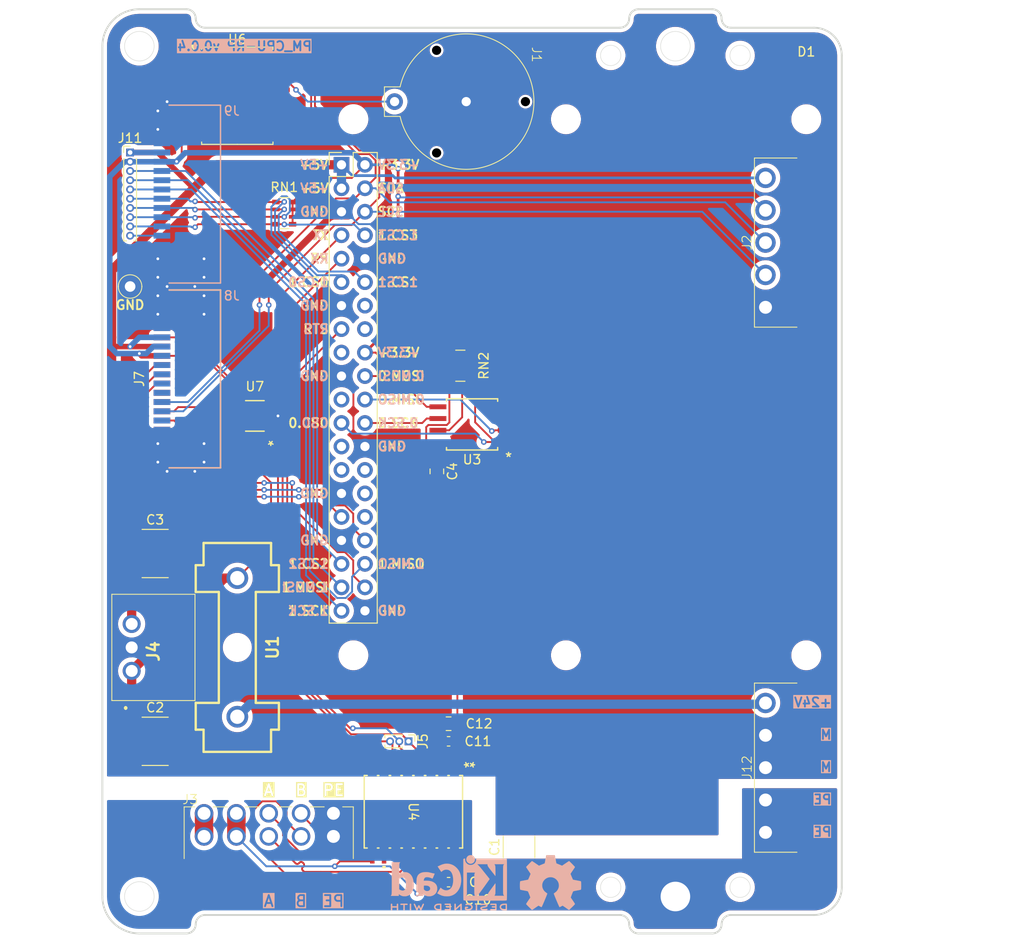
<source format=kicad_pcb>
(kicad_pcb (version 20241229) (generator "pcbnew") (generator_version "9.0")
  (title_block (title "${article} v${version}"))
  (layers (0 "F.Cu" signal) (2 "B.Cu" signal) (13 "F.Paste" user) (15 "B.Paste" user) (5 "F.SilkS" user "F.Silkscreen") (7 "B.SilkS" user "B.Silkscreen") (1 "F.Mask" user) (3 "B.Mask" user) (25 "Edge.Cuts" user))
  (property "article" "PM_CPU-RP")
  (property "version" "0.0.4")
  (net 0 "")
  (net 1 "/LED_1")
  (net 2 "/LED_2")
  (net 4 "/LED_0")
  (net 8 "+5V")
  (net 9 "/SCL")
  (net 10 "/SDA")
  (net 11 "PE")
  (net 12 "+24V_fuse")
  (net 13 "+24V")
  (net 14 "/UART_RTS")
  (net 15 "/UART_TX")
  (net 16 "/UART_RX")
  (net 20 "Net-(RN2A-R1.1)")
  (net 24 "/SPI0_MOSI")
  (net 25 "/SPI1_MOSI")
  (net 26 "/SPI1_CS0")
  (net 27 "/SPI0_CS0")
  (net 28 "/SPI0_SCK")
  (net 29 "/SPI1_MISO")
  (net 30 "/SPI1_SCK")
  (net 31 "/SPI1_CS1")
  (net 32 "/SPI1_CS2")
  (net 33 "/SPI0_MISO")
  (net 34 "/SPI1_CS3")
  (net 38 "Net-(RN2C-R3.1)")
  (net 41 "+24V_ISO")
  (net 42 "/Vbat")
  (net 43 "/B")
  (net 44 "/A")
  (net 46 "Net-(J7-Pin_3)")
  (net 48 "Net-(J7-Pin_2)")
  (net 54 "/INT")
  (net 55 "Net-(J11-Pin_10)")
  (net 56 "GND_CPU")
  (net 57 "+3.3V_CPU")
  (net 58 "+3.3V_BUS")
  (net 59 "GND_BUS")
  (footprint "Capacitor_SMD:C_0805_2012Metric" (layer "F.Cu") (at 71.12 100.33 -90)
    (property "Reference" "C4")
    (property "Value" "10uF")
  )
  (footprint "kicad_inventree_lib:PE" (layer "F.Cu") (at 96.93 146.33)
    (property "Reference" "PE1" (hide yes))
    (property "Value" "PE")
  )
  (footprint "kicad_inventree_lib:DBV6-M" (layer "F.Cu") (at 51.43 94.33 180)
    (property "Reference" "U7")
    (property "Value" "SN74LVC2G14DBVR")
  )
  (footprint "kicad_inventree_lib:15EDGRC-3.5-05P" (layer "F.Cu") (at 106.68 82.58 90)
    (property "Reference" "J2")
    (property "Value" "15EDGRC-3.5-05P")
  )
  (footprint "Connector_PinHeader_1.00mm:PinHeader_1x10_P1.00mm_Vertical" (layer "F.Cu") (at 37.93 65.83)
    (property "Reference" "J11")
    (property "Value" "PinHeader_01x10_P1.00_THT_straight")
  )
  (footprint "kicad_inventree_lib:BS-12-A1AJ002-F" (layer "F.Cu") (at 66.545 60.325 90)
    (property "Reference" "J1")
    (property "Value" "~")
  )
  (footprint "Capacitor_SMD:C_2220_5750Metric" (layer "F.Cu") (at 40.64 109.22)
    (property "Reference" "C3")
    (property "Value" "22uF")
  )
  (footprint "Resistor_SMD:R_Array_Convex_4x0603" (layer "F.Cu") (at 54.61 72.39)
    (property "Reference" "RN1")
    (property "Value" "10k")
  )
  (footprint "kicad_inventree_lib:RaspberryPi" (layer "F.Cu") (at 111.09 92.23)
    (property "Reference" "D1")
    (property "Value" "~")
  )
  (footprint "kicad_inventree_lib:MountingHole_M3" (layer "F.Cu") (at 96.93 54.33)
    (property "Reference" "H3" (hide yes))
    (property "Value" "MountingHole_M3")
    (fp_circle (center 0 0) (end 1.6 0) (stroke (width 0.05)) (fill no) (layer "Edge.Cuts"))
  )
  (footprint "Capacitor_SMD:C_1812_4532Metric_Pad1.57x3.40mm_HandSolder" (layer "F.Cu") (at 80.01 140.97 90)
    (property "Reference" "C1")
    (property "Value" "4.7nF 2kV")
  )
  (footprint "kicad_inventree_lib:SOIC16-WBW_CLG" (layer "F.Cu") (at 68.58 137.16 -90)
    (property "Reference" "U4")
    (property "Value" "CA-IS3098W")
  )
  (footprint "Connector_PinHeader_1.00mm:PinHeader_1x03_P1.00mm_Vertical" (layer "F.Cu") (at 68.056 129.54 -90)
    (property "Reference" "J5")
    (property "Value" "PinHeader_01x03_P1.00_THT_straight")
  )
  (footprint "kicad_inventree_lib:CONN10_AFA07-S12_JUS" (layer "F.Cu") (at 44.93 90.33 90)
    (property "Reference" "J7")
    (property "Value" "AFA07-S10FCC-00")
  )
  (footprint "Capacitor_SMD:C_0805_2012Metric" (layer "F.Cu") (at 72.39 146.685 180)
    (property "Reference" "C10")
    (property "Value" "10uF")
  )
  (footprint "Capacitor_SMD:C_0805_2012Metric" (layer "F.Cu") (at 72.39 127.635 180)
    (property "Reference" "C12")
    (property "Value" "10uF")
  )
  (footprint "kicad_inventree_lib:K7805-2000R3" (layer "F.Cu") (at 38.1 121.92 90)
    (property "Reference" "J4")
    (property "Value" "K7805-2000R3" (hide yes))
  )
  (footprint "kicad_inventree_lib:PM_LED-xx-v0.0.1" (layer "F.Cu") (at 99.93 100.33)
    (property "Reference" "SP1" (hide yes))
    (property "Value" "~")
    (fp_circle (center -10 -45) (end -8.9 -45) (stroke (width 0.05)) (fill no) (layer "Edge.Cuts"))
    (fp_circle (center -10 45) (end -8.9 45) (stroke (width 0.05)) (fill no) (layer "Edge.Cuts"))
    (fp_circle (center 4 -45) (end 5.1 -45) (stroke (width 0.05)) (fill no) (layer "Edge.Cuts"))
    (fp_circle (center 4 45) (end 5.1 45) (stroke (width 0.05)) (fill no) (layer "Edge.Cuts"))
  )
  (footprint "kicad_inventree_lib:5117" (layer "F.Cu") (at 37.93 80.33)
    (property "Reference" "U2" (hide yes))
    (property "Value" "5117" (hide yes))
  )
  (footprint "Capacitor_SMD:C_0603_1608Metric" (layer "F.Cu") (at 72.39 144.78 180)
    (property "Reference" "C9")
    (property "Value" "100nF")
  )
  (footprint "kicad_inventree_lib:MountingHole_M3" (layer "F.Cu") (at 38.93 54.33)
    (property "Reference" "H2" (hide yes))
    (property "Value" "MountingHole_M3")
    (fp_circle (center 0 0) (end 1.6 0) (stroke (width 0.05)) (fill no) (layer "Edge.Cuts"))
  )
  (footprint "kicad_inventree_lib:SOIC-8_5P28X5P28_WIN-M" (layer "F.Cu") (at 74.93 95.25 180)
    (property "Reference" "U3")
    (property "Value" "W25Q32JVSSIQ")
  )
  (footprint "kicad_inventree_lib:MountingHole_M3" (layer "F.Cu") (at 38.93 146.33)
    (property "Reference" "H1" (hide yes))
    (property "Value" "MountingHole_M3")
    (fp_circle (center 0 0) (end 1.6 0) (stroke (width 0.05)) (fill no) (layer "Edge.Cuts"))
  )
  (footprint "Capacitor_SMD:C_2220_5750Metric" (layer "F.Cu") (at 40.64 129.54)
    (property "Reference" "C2")
    (property "Value" "22uF")
  )
  (footprint "Package_SO:SOIC-16W_7.5x10.3mm_P1.27mm" (layer "F.Cu") (at 49.53 59.69)
    (property "Reference" "U6")
    (property "Value" "DS3231")
  )
  (footprint "Resistor_SMD:R_Array_Convex_4x0603" (layer "F.Cu") (at 73.66 88.9 180)
    (property "Reference" "RN2")
    (property "Value" "10k")
  )
  (footprint "kicad_inventree_lib:15EDGRHC-THR-3.5-10P" (layer "F.Cu") (at 52.93 137.33)
    (property "Reference" "J3")
    (property "Value" "15EDGRHC-THR-3.5-10P")
  )
  (footprint "Capacitor_SMD:C_0603_1608Metric" (layer "F.Cu") (at 72.39 129.54 180)
    (property "Reference" "C11")
    (property "Value" "100nF")
  )
  (footprint "NextPCB:Fuseholder" (layer "F.Cu") (at 49.53 119.38 90)
    (property "Reference" "U1")
    (property "Value" "64900001039" (hide yes))
  )
  (footprint "kicad_inventree_lib:15EDGRC-3.5-05P" (layer "F.Cu") (at 106.68 139.39 90)
    (property "Reference" "J12")
    (property "Value" "15EDGRC-3.5-05P")
  )
  (footprint "kicad_inventree_lib:CONN10_AFA07-S12_JUS" (layer "B.Cu") (at 44.93 70.33 -90)
    (property "Reference" "J9")
    (property "Value" "AFA07-S10FCC-00")
  )
  (footprint "Symbol:KiCad-Logo2_5mm_SilkScreen" (layer "B.Cu") (at 72.43 144.83 180)
    (property "Reference" "kicad_logo" (hide yes))
    (property "Value" "KiCad-Logo2_5mm_SilkScreen" (hide yes))
  )
  (footprint "kicad_inventree_lib:CONN10_AFA07-S12_JUS" (layer "B.Cu") (at 44.93 90.33 -90)
    (property "Reference" "J8")
    (property "Value" "AFA07-S10FCC-00")
  )
  (footprint "Symbol:OSHW-Symbol_6.7x6mm_SilkScreen" (layer "B.Cu") (at 83.43 144.83 180)
    (property "Reference" "oshw_logo" (hide yes))
    (property "Value" "OSHW-Symbol_6.7x6mm_SilkScreen" (hide yes))
  )
  (gr_arc (start 46.03 52.33) (mid 45.322893 52.037107) (end 45.03 51.33) (stroke (width 0.2)) (layer "Edge.Cuts"))
  (gr_arc (start 91.93 51.33) (mid 92.222893 50.622893) (end 92.93 50.33) (stroke (width 0.2)) (layer "Edge.Cuts"))
  (gr_line (start 46.03 52.33) (end 90.93 52.33) (stroke (width 0.2)) (layer "Edge.Cuts"))
  (gr_arc (start 100.93 50.33) (mid 101.637107 50.622893) (end 101.93 51.33) (stroke (width 0.2)) (layer "Edge.Cuts"))
  (gr_arc (start 38.93 150.33) (mid 36.101573 149.158427) (end 34.93 146.33) (stroke (width 0.2)) (layer "Edge.Cuts"))
  (gr_line (start 38.93 150.33) (end 44.03 150.33) (stroke (width 0.2)) (layer "Edge.Cuts"))
  (gr_arc (start 45.03 149.33) (mid 44.737107 150.037107) (end 44.03 150.33) (stroke (width 0.2)) (layer "Edge.Cuts"))
  (gr_arc (start 34.93 54.33) (mid 36.101573 51.501573) (end 38.93 50.33) (stroke (width 0.2)) (layer "Edge.Cuts"))
  (gr_line (start 100.93 50.33) (end 92.93 50.33) (stroke (width 0.2)) (layer "Edge.Cuts"))
  (gr_arc (start 101.93 149.33) (mid 101.637107 150.037107) (end 100.93 150.33) (stroke (width 0.2)) (layer "Edge.Cuts"))
  (gr_arc (start 111.93 52.33) (mid 114.05132 53.20868) (end 114.93 55.33) (stroke (width 0.2)) (layer "Edge.Cuts"))
  (gr_line (start 90.93 148.33) (end 46.03 148.33) (stroke (width 0.2)) (layer "Edge.Cuts"))
  (gr_line (start 38.93 50.33) (end 44.03 50.33) (stroke (width 0.2)) (layer "Edge.Cuts"))
  (gr_line (start 92.93 150.33) (end 100.93 150.33) (stroke (width 0.2)) (layer "Edge.Cuts"))
  (gr_arc (start 114.93 145.33) (mid 114.05132 147.45132) (end 111.93 148.33) (stroke (width 0.2)) (layer "Edge.Cuts"))
  (gr_arc (start 91.93 51.33) (mid 91.637107 52.037107) (end 90.93 52.33) (stroke (width 0.2)) (layer "Edge.Cuts"))
  (gr_arc (start 92.93 150.33) (mid 92.222893 150.037107) (end 91.93 149.33) (stroke (width 0.2)) (layer "Edge.Cuts"))
  (gr_line (start 111.93 52.33) (end 102.93 52.33) (stroke (width 0.2)) (layer "Edge.Cuts"))
  (gr_line (start 34.93 54.33) (end 34.93 146.33) (stroke (width 0.2)) (layer "Edge.Cuts"))
  (gr_arc (start 45.03 149.33) (mid 45.322893 148.622893) (end 46.03 148.33) (stroke (width 0.2)) (layer "Edge.Cuts"))
  (gr_line (start 102.93 148.33) (end 111.93 148.33) (stroke (width 0.2)) (layer "Edge.Cuts"))
  (gr_arc (start 44.03 50.33) (mid 44.737107 50.622893) (end 45.03 51.33) (stroke (width 0.2)) (layer "Edge.Cuts"))
  (gr_line (start 114.93 55.33) (end 114.93 145.33) (stroke (width 0.2)) (layer "Edge.Cuts"))
  (gr_arc (start 90.93 148.33) (mid 91.637107 148.622893) (end 91.93 149.33) (stroke (width 0.2)) (layer "Edge.Cuts"))
  (gr_arc (start 102.93 52.33) (mid 102.222893 52.037107) (end 101.93 51.33) (stroke (width 0.2)) (layer "Edge.Cuts"))
  (gr_arc (start 101.93 149.33) (mid 102.222893 148.622893) (end 102.93 148.33) (stroke (width 0.2)) (layer "Edge.Cuts"))
  (gr_text "PE" (at 59.93 134.83 -0) (layer "F.SilkS" knockout) (effects (font (size 1.2 1.2) (thickness 0.2) (bold yes))))
  (gr_text "A" (at 52.93 134.83 -0) (layer "F.SilkS" knockout) (effects (font (size 1.2 1.2) (thickness 0.2) (bold yes))))
  (gr_text "GND" (at 37.93 82.33 0) (layer "F.SilkS") (effects (font (size 1 1) (thickness 0.2) (bold yes))))
  (gr_text "B" (at 56.43 134.83 -0) (layer "F.SilkS" knockout) (effects (font (size 1.2 1.2) (thickness 0.2) (bold yes))))
  (gr_text "+24V" (at 113.93 125.33 0) (layer "B.SilkS" knockout) (effects (font (size 1 1) (thickness 0.2) (bold yes)) (justify left mirror)))
  (gr_text "M" (at 113.93 132.33 0) (layer "B.SilkS" knockout) (effects (font (size 1 1) (thickness 0.2) (bold yes)) (justify left mirror)))
  (gr_text "${article} v${version}" (at 42.93 54.33 0) (layer "B.SilkS" knockout) (effects (font (size 1 1) (thickness 0.2) (bold yes)) (justify right mirror)))
  (gr_text "PE" (at 113.93 135.83 0) (layer "B.SilkS" knockout) (effects (font (size 1 1) (thickness 0.2) (bold yes)) (justify left mirror)))
  (gr_text "PE" (at 113.93 139.33 0) (layer "B.SilkS" knockout) (effects (font (size 1 1) (thickness 0.2) (bold yes)) (justify left mirror)))
  (gr_text "A" (at 52.93 146.83 0) (layer "B.SilkS" knockout) (effects (font (size 1.2 1.2) (thickness 0.2) (bold yes)) (justify mirror)))
  (gr_text "PE" (at 59.93 146.83 0) (layer "B.SilkS" knockout) (effects (font (size 1.2 1.2) (thickness 0.2) (bold yes)) (justify mirror)))
  (gr_text "B" (at 56.43 146.83 0) (layer "B.SilkS" knockout) (effects (font (size 1.2 1.2) (thickness 0.2) (bold yes)) (justify mirror)))
  (gr_text "M" (at 113.93 128.83 0) (layer "B.SilkS" knockout) (effects (font (size 1 1) (thickness 0.2) (bold yes)) (justify left mirror)))
  (segment (start 58.515 102.33) (end 58.5975 102.4125) (width 0.2) (layer "F.Cu") (net 1))
  (segment (start 56.18 102.33) (end 58.515 102.33) (width 0.2) (layer "F.Cu") (net 1))
  (segment (start 40.7475 89.83) (end 41.374 89.83) (width 0.2) (layer "F.Cu") (net 1))
  (segment (start 60.198 104.013) (end 61.1793 104.013) (width 0.2) (layer "F.Cu") (net 1))
  (segment (start 39.18 91.3975) (end 40.7475 89.83) (width 0.2) (layer "F.Cu") (net 1))
  (segment (start 41.93 102.33) (end 39.18 99.58) (width 0.2) (layer "F.Cu") (net 1))
  (segment (start 52.43 102.33) (end 41.93 102.33) (width 0.2) (layer "F.Cu") (net 1))
  (segment (start 62.07 104.904) (end 62.07 106.53) (width 0.2) (layer "F.Cu") (net 1))
  (segment (start 61.1793 104.013) (end 62.07 104.904) (width 0.2) (layer "F.Cu") (net 1))
  (segment (start 58.5975 102.4125) (end 60.198 104.013) (width 0.2) (layer "F.Cu") (net 1))
  (segment (start 62.07 106.53) (end 63.34 107.8) (width 0.2) (layer "F.Cu") (net 1))
  (segment (start 39.18 99.58) (end 39.18 91.3975) (width 0.2) (layer "F.Cu") (net 1))
  (via (at 52.43 102.33) (size 0.6) (drill 0.3) (layers "F.Cu" "B.Cu") (net 1))
  (via (at 56.18 102.33) (size 0.6) (drill 0.3) (layers "F.Cu" "B.Cu") (net 1))
  (segment (start 56.18 102.33) (end 52.43 102.33) (width 0.2) (layer "B.Cu") (net 1))
  (segment (start 52.43 101.58) (end 42.18 101.58) (width 0.2) (layer "F.Cu") (net 2))
  (segment (start 39.68 91.9398) (end 40.7898 90.83) (width 0.2) (layer "F.Cu") (net 2))
  (segment (start 55.43 101.63) (end 55.43 104.1291) (width 0.2) (layer "F.Cu") (net 2))
  (segment (start 40.7898 90.83) (end 41.374 90.83) (width 0.2) (layer "F.Cu") (net 2))
  (segment (start 62.07 109.964) (end 62.07 111.61) (width 0.2) (layer "F.Cu") (net 2))
  (segment (start 42.18 101.58) (end 39.68 99.08) (width 0.2) (layer "F.Cu") (net 2))
  (segment (start 55.43 104.1291) (end 60.3709 109.07) (width 0.2) (layer "F.Cu") (net 2))
  (segment (start 55.48 101.58) (end 55.43 101.63) (width 0.2) (layer "F.Cu") (net 2))
  (segment (start 62.07 111.61) (end 63.34 112.88) (width 0.2) (layer "F.Cu") (net 2))
  (segment (start 39.68 99.08) (end 39.68 91.9398) (width 0.2) (layer "F.Cu") (net 2))
  (segment (start 60.3709 109.07) (end 61.1765 109.07) (width 0.2) (layer "F.Cu") (net 2))
  (segment (start 61.1765 109.07) (end 62.07 109.964) (width 0.2) (layer "F.Cu") (net 2))
  (via (at 55.48 101.58) (size 0.6) (drill 0.3) (layers "F.Cu" "B.Cu") (net 2))
  (via (at 52.43 101.58) (size 0.6) (drill 0.3) (layers "F.Cu" "B.Cu") (net 2))
  (segment (start 52.43 101.58) (end 55.48 101.58) (width 0.2) (layer "B.Cu") (net 2))
  (segment (start 55.48 101.58) (end 55.43 101.53) (width 0.2) (layer "B.Cu") (net 2))
  (segment (start 38.68 100.08) (end 38.68 90.8048) (width 0.2) (layer "F.Cu") (net 4))
  (segment (start 56.18 103.08) (end 58.62 103.08) (width 0.2) (layer "F.Cu") (net 4))
  (segment (start 38.68 90.8048) (end 40.6548 88.83) (width 0.2) (layer "F.Cu") (net 4))
  (segment (start 52.43 103.08) (end 41.68 103.08) (width 0.2) (layer "F.Cu") (net 4))
  (segment (start 41.68 103.08) (end 38.68 100.08) (width 0.2) (layer "F.Cu") (net 4))
  (segment (start 58.62 103.08) (end 60.8 105.26) (width 0.2) (layer "F.Cu") (net 4))
  (segment (start 40.6548 88.83) (end 41.374 88.83) (width 0.2) (layer "F.Cu") (net 4))
  (via (at 56.18 103.08) (size 0.6) (drill 0.3) (layers "F.Cu" "B.Cu") (net 4))
  (via (at 52.43 103.08) (size 0.6) (drill 0.3) (layers "F.Cu" "B.Cu") (net 4))
  (segment (start 56.18 103.08) (end 52.43 103.08) (width 0.2) (layer "B.Cu") (net 4))
  (segment (start 36.429996 86.830004) (end 35.93 87.33) (width 0.6) (layer "F.Cu") (net 8))
  (segment (start 38.09 109.22) (end 35.93 107.06) (width 1) (layer "F.Cu") (net 8))
  (segment (start 38.545 75.977365) (end 44.811183 69.711183) (width 1) (layer "F.Cu") (net 8))
  (segment (start 40.93 65.83) (end 37.93 65.83) (width 0.6) (layer "F.Cu") (net 8))
  (segment (start 35.93 107.06) (end 35.93 87.33) (width 1) (layer "F.Cu") (net 8))
  (segment (start 47.362365 67.16) (end 60.8 67.16) (width 1) (layer "F.Cu") (net 8))
  (segment (start 35.93 85.83) (end 35.93 78.592365) (width 1) (layer "F.Cu") (net 8))
  (segment (start 38.1 109.23) (end 38.09 109.22) (width 1) (layer "F.Cu") (net 8))
  (segment (start 41.374 86.830004) (end 36.429996 86.830004) (width 0.6) (layer "F.Cu") (net 8))
  (segment (start 35.93 78.592365) (end 38.545 75.977365) (width 1) (layer "F.Cu") (net 8))
  (segment (start 35.93 87.33) (end 35.93 85.83) (width 1) (layer "F.Cu") (net 8))
  (segment (start 40.93 65.83) (end 44.811183 69.711183) (width 0.6) (layer "F.Cu") (net 8))
  (segment (start 38.1 116.84) (end 38.1 109.23) (width 1) (layer "F.Cu") (net 8))
  (segment (start 44.811183 69.711183) (end 47.362365 67.16) (width 1) (layer "F.Cu") (net 8))
  (via (at 37.93 86.83) (size 0.6) (drill 0.3) (layers "F.Cu" "B.Cu") (net 8))
  (segment (start 41.373991 65.83) (end 41.374 65.830009) (width 0.6) (layer "B.Cu") (net 8))
  (segment (start 61.97 68.33) (end 66.3485 68.33) (width 0.3) (layer "B.Cu") (net 8))
  (segment (start 41.373994 85.83) (end 41.374 85.830006) (width 0.6) (layer "B.Cu") (net 8))
  (segment (start 37.93 86.83) (end 38.929994 85.830006) (width 0.6) (layer "B.Cu") (net 8))
  (segment (start 66.3485 68.33) (end 66.5985 68.58) (width 0.3) (layer "B.Cu") (net 8))
  (segment (start 37.93 65.83) (end 41.373991 65.83) (width 0.6) (layer "B.Cu") (net 8))
  (segment (start 38.929994 85.830006) (end 41.374 85.830006) (width 0.6) (layer "B.Cu") (net 8))
  (segment (start 66.5985 68.58) (end 106.68 68.58) (width 0.3) (layer "B.Cu") (net 8))
  (segment (start 60.8 67.16) (end 61.97 68.33) (width 0.3) (layer "B.Cu") (net 8))
  (segment (start 60.8 67.16) (end 60.8 69.7) (width 1) (layer "B.Cu") (net 8))
  (segment (start 63.9834 65.6066) (end 62.7116 65.6066) (width 0.2) (layer "F.Cu") (net 9))
  (segment (start 57.93 60.825) (end 57.93 58.5864) (width 0.2) (layer "F.Cu") (net 9))
  (segment (start 64.8934 66.5166) (end 63.9834 65.6066) (width 0.2) (layer "F.Cu") (net 9))
  (segment (start 61.9 73.68) (end 63.34 72.24) (width 0.2) (layer "F.Cu") (net 9))
  (segment (start 57.93 58.5864) (end 54.5886 55.245) (width 0.2) (layer "F.Cu") (net 9))
  (segment (start 52.93 82.33) (end 52.93 80.83) (width 0.2) (layer "F.Cu") (net 9))
  (segment (start 62.7116 65.6066) (end 57.93 60.825) (width 0.2) (layer "F.Cu") (net 9))
  (segment (start 63.34 72.24) (end 64.8934 70.6866) (width 0.2) (layer "F.Cu") (net 9))
  (segment (start 64.8934 70.6866) (end 64.8934 66.5166) (width 0.2) (layer "F.Cu") (net 9))
  (segment (start 60.08 73.68) (end 61.9 73.68) (width 0.2) (layer "F.Cu") (net 9))
  (segment (start 52.93 80.83) (end 60.08 73.68) (width 0.2) (layer "F.Cu") (net 9))
  (segment (start 54.5886 55.245) (end 54.18 55.245) (width 0.2) (layer "F.Cu") (net 9))
  (via (at 52.93 82.33) (size 0.6) (drill 0.3) (layers "F.Cu" "B.Cu") (net 9))
  (segment (start 99.84 72.24) (end 106.68 79.08) (width 0.2) (layer "B.Cu") (net 9))
  (segment (start 52.93 82.33) (end 52.93 84.58) (width 0.2) (layer "B.Cu") (net 9))
  (segment (start 43.680004 93.829996) (end 41.374 93.829996) (width 0.2) (layer "B.Cu") (net 9))
  (segment (start 52.93 84.58) (end 43.680004 93.829996) (width 0.2) (layer "B.Cu") (net 9))
  (segment (start 63.34 72.24) (end 99.84 72.24) (width 0.2) (layer "B.Cu") (net 9))
  (segment (start 64.49 68.55) (end 63.34 69.7) (width 0.2) (layer "F.Cu") (net 10))
  (segment (start 62.24 70.8) (end 63.34 69.7) (width 0.2) (layer "F.Cu") (net 10))
  (segment (start 51.93 79.08) (end 60.21 70.8) (width 0.2) (layer "F.Cu") (net 10))
  (segment (start 54.6212 56.515) (end 57.5187 59.4125) (width 0.2) (layer "F.Cu") (net 10))
  (segment (start 60.21 70.8) (end 62.24 70.8) (width 0.2) (layer "F.Cu") (net 10))
  (segment (start 54.18 56.515) (end 54.6212 56.515) (width 0.2) (layer "F.Cu") (net 10))
  (segment (start 64.49 66.6812) (end 64.49 68.55) (width 0.2) (layer "F.Cu") (net 10))
  (segment (start 51.93 82.33) (end 51.93 79.08) (width 0.2) (layer "F.Cu") (net 10))
  (segment (start 57.5187 59.4125) (end 57.5187 61.0374) (width 0.2) (layer "F.Cu") (net 10))
  (segment (start 62.4896 66.0083) (end 63.8171 66.0083) (width 0.2) (layer "F.Cu") (net 10))
  (segment (start 63.8171 66.0083) (end 64.49 66.6812) (width 0.2) (layer "F.Cu") (net 10))
  (segment (start 57.5187 61.0374) (end 62.4896 66.0083) (width 0.2) (layer "F.Cu") (net 10))
  (via (at 51.93 82.33) (size 0.6) (drill 0.3) (layers "F.Cu" "B.Cu") (net 10))
  (segment (start 44.185028 92.829998) (end 41.374 92.829998) (width 0.2) (layer "B.Cu") (net 10))
  (segment (start 66.0096 71.2179) (end 102.318 71.2179) (width 0.2) (layer "B.Cu") (net 10))
  (segment (start 102.318 71.2179) (end 106.68 75.58) (width 0.2) (layer "B.Cu") (net 10))
  (segment (start 64.4917 69.7) (end 66.0096 71.2179) (width 0.2) (layer "B.Cu") (net 10))
  (segment (start 51.93 82.33) (end 51.93 85.085026) (width 0.2) (layer "B.Cu") (net 10))
  (segment (start 51.93 85.085026) (end 44.185028 92.829998) (width 0.2) (layer "B.Cu") (net 10))
  (segment (start 63.34 69.7) (end 64.4917 69.7) (width 0.2) (layer "B.Cu") (net 10))
  (segment (start 48.14 111.88) (end 38.1 121.92) (width 1) (layer "F.Cu") (net 12))
  (segment (start 51.18 92.731924) (end 51.18 99.552182) (width 0.2) (layer "F.Cu") (net 12))
  (segment (start 44.278082 85.830006) (end 51.18 92.731924) (width 0.2) (layer "F.Cu") (net 12))
  (segment (start 38.1 129.53) (end 38.09 129.54) (width 1) (layer "F.Cu") (net 12))
  (segment (start 49.53 111.88) (end 48.14 111.88) (width 1) (layer "F.Cu") (net 12))
  (segment (start 53.18 101.552182) (end 53.18 108.23) (width 0.2) (layer "F.Cu") (net 12))
  (segment (start 38.1 121.92) (end 38.1 129.53) (width 1) (layer "F.Cu") (net 12))
  (segment (start 51.18 99.552182) (end 53.18 101.552182) (width 0.2) (layer "F.Cu") (net 12))
  (segment (start 53.18 108.23) (end 49.53 111.88) (width 0.2) (layer "F.Cu") (net 12))
  (segment (start 41.374 85.830006) (end 44.278082 85.830006) (width 0.2) (layer "F.Cu") (net 12))
  (segment (start 50.8832 125.5268) (end 106.5432 125.5268) (width 1) (layer "B.Cu") (net 13))
  (segment (start 106.5432 125.5268) (end 106.68 125.39) (width 1) (layer "B.Cu") (net 13))
  (segment (start 49.53 126.88) (end 50.8832 125.5268) (width 1) (layer "B.Cu") (net 13))
  (segment (start 61.744664 128.126492) (end 54.93 121.311828) (width 0.2) (layer "F.Cu") (net 14))
  (segment (start 54.93 90.81) (end 60.8 84.94) (width 0.2) (layer "F.Cu") (net 14))
  (segment (start 62.027508 128.126492) (end 61.744664 128.126492) (width 0.2) (layer "F.Cu") (net 14))
  (segment (start 67.04 129.54) (end 67.04 130.14104) (width 0.2) (layer "F.Cu") (net 14))
  (segment (start 67.945 132.334) (end 69.215 132.334) (width 0.2) (layer "F.Cu") (net 14))
  (segment (start 67.945 131.04604) (end 67.945 132.334) (width 0.2) (layer "F.Cu") (net 14))
  (segment (start 54.93 121.311828) (end 54.93 90.81) (width 0.2) (layer "F.Cu") (net 14))
  (segment (start 67.04 130.14104) (end 67.945 131.04604) (width 0.2) (layer "F.Cu") (net 14))
  (via (at 62.027508 128.126492) (size 0.6) (drill 0.3) (layers "F.Cu" "B.Cu") (net 14))
  (segment (start 67.04 129.514695) (end 67.04 129.54) (width 0.2) (layer "B.Cu") (net 14))
  (segment (start 62.027508 128.126492) (end 65.651797 128.126492) (width 0.2) (layer "B.Cu") (net 14))
  (segment (start 65.651797 128.126492) (end 67.04 129.514695) (width 0.2) (layer "B.Cu") (net 14))
  (segment (start 53.93 92.346849) (end 52.89685 93.379999) (width 0.2) (layer "F.Cu") (net 15))
  (segment (start 51.93 93.379999) (end 52.89685 93.379999) (width 0.2) (layer "F.Cu") (net 15))
  (segment (start 66.04 129.54) (end 66.315 129.815) (width 0.2) (layer "F.Cu") (net 15))
  (segment (start 53.93 81.65) (end 53.93 92.346849) (width 0.2) (layer "F.Cu") (net 15))
  (segment (start 60.8 74.78) (end 53.93 81.65) (width 0.2) (layer "F.Cu") (net 15))
  (segment (start 62.0268 129.54) (end 53.93 121.4432) (width 0.2) (layer "F.Cu") (net 15))
  (segment (start 51.68 93.629999) (end 51.93 93.379999) (width 0.2) (layer "F.Cu") (net 15))
  (segment (start 66.315 129.815) (end 66.315 131.974) (width 0.2) (layer "F.Cu") (net 15))
  (segment (start 51.68 95.433101) (end 51.68 93.629999) (width 0.2) (layer "F.Cu") (net 15))
  (segment (start 53.93 96.33) (end 52.576899 96.33) (width 0.2) (layer "F.Cu") (net 15))
  (segment (start 66.04 129.54) (end 62.0268 129.54) (width 0.2) (layer "F.Cu") (net 15))
  (segment (start 53.93 121.4432) (end 53.93 96.33) (width 0.2) (layer "F.Cu") (net 15))
  (segment (start 52.576899 96.33) (end 51.68 95.433101) (width 0.2) (layer "F.Cu") (net 15))
  (segment (start 66.315 131.974) (end 66.675 132.334) (width 0.2) (layer "F.Cu") (net 15))
  (segment (start 54.58 83.54) (end 54.58 95.43) (width 0.2) (layer "F.Cu") (net 16))
  (segment (start 54.43 95.58) (end 54.43 121.377514) (width 0.2) (layer "F.Cu") (net 16))
  (segment (start 52.89685 95.280001) (end 54.130001 95.280001) (width 0.2) (layer "F.Cu") (net 16))
  (segment (start 68.04 129.54) (end 70.485 131.985) (width 0.2) (layer "F.Cu") (net 16))
  (segment (start 70.485 131.985) (end 70.485 132.334) (width 0.2) (layer "F.Cu") (net 16))
  (segment (start 54.130001 95.280001) (end 54.43 95.58) (width 0.2) (layer "F.Cu") (net 16))
  (segment (start 54.58 95.43) (end 54.43 95.58) (width 0.2) (layer "F.Cu") (net 16))
  (segment (start 54.43 121.377514) (end 61.830486 128.778) (width 0.2) (layer "F.Cu") (net 16))
  (segment (start 60.8 77.32) (end 54.58 83.54) (width 0.2) (layer "F.Cu") (net 16))
  (segment (start 68.04 129.514695) (end 68.04 129.54) (width 0.2) (layer "F.Cu") (net 16))
  (segment (start 67.303305 128.778) (end 68.04 129.514695) (width 0.2) (layer "F.Cu") (net 16))
  (segment (start 61.830486 128.778) (end 67.303305 128.778) (width 0.2) (layer "F.Cu") (net 16))
  (segment (start 72.4504 95.885) (end 73.8583 94.4771) (width 0.2) (layer "F.Cu") (net 20))
  (segment (start 71.2343 95.885) (end 72.4504 95.885) (width 0.2) (layer "F.Cu") (net 20))
  (segment (start 73.8583 94.4771) (end 73.8583 90.1) (width 0.2) (layer "F.Cu") (net 20))
  (segment (start 73.8583 90.1) (end 74.56 90.1) (width 0.2) (layer "F.Cu") (net 20))
  (segment (start 70.0182 93.345) (end 66.6932 90.02) (width 0.2) (layer "F.Cu") (net 24))
  (segment (start 66.6932 90.02) (end 63.34 90.02) (width 0.2) (layer "F.Cu") (net 24))
  (segment (start 71.2343 93.345) (end 70.0182 93.345) (width 0.2) (layer "F.Cu") (net 24))
  (segment (start 43.954 67.83) (end 43.954005 67.830005) (width 0.2) (layer "B.Cu") (net 25))
  (segment (start 57.766 81.642) (end 43.954005 67.830005) (width 0.2) (layer "B.Cu") (net 25))
  (segment (start 37.93 67.83) (end 43.954 67.83) (width 0.2) (layer "B.Cu") (net 25))
  (segment (start 60.8 112.88) (end 57.766 109.846) (width 0.2) (layer "B.Cu") (net 25))
  (segment (start 57.766 109.846) (end 57.766 81.642) (width 0.2) (layer "B.Cu") (net 25))
  (segment (start 54.61 71.1708) (end 53.7292 71.1708) (width 0.2) (layer "F.Cu") (net 26))
  (segment (start 53.7292 71.1708) (end 53.71 71.19) (width 0.2) (layer "F.Cu") (net 26))
  (segment (start 44.958 71.12) (end 45.028 71.19) (width 0.2) (layer "F.Cu") (net 26))
  (segment (start 45.028 71.19) (end 53.71 71.19) (width 0.2) (layer "F.Cu") (net 26))
  (via (at 54.61 71.1708) (size 0.6) (drill 0.3) (layers "F.Cu" "B.Cu") (net 26))
  (via (at 44.958 71.12) (size 0.6) (drill 0.3) (layers "F.Cu" "B.Cu") (net 26))
  (segment (start 44.958 71.12) (end 44.45 71.12) (width 0.2) (layer "B.Cu") (net 26))
  (segment (start 60.8 79.11) (end 58.143372 79.11) (width 0.2) (layer "B.Cu") (net 26))
  (segment (start 58.143372 79.11) (end 53.61 74.576628) (width 0.2) (layer "B.Cu") (net 26))
  (segment (start 53.61 72.135071) (end 54.574271 71.1708) (width 0.2) (layer "B.Cu") (net 26))
  (segment (start 44.45 71.12) (end 44.159999 70.829999) (width 0.2) (layer "B.Cu") (net 26))
  (segment (start 54.574271 71.1708) (end 54.61 71.1708) (width 0.2) (layer "B.Cu") (net 26))
  (segment (start 37.93 70.83) (end 44.159998 70.83) (width 0.2) (layer "B.Cu") (net 26))
  (segment (start 53.61 74.576628) (end 53.61 72.135071) (width 0.2) (layer "B.Cu") (net 26))
  (segment (start 60.8 79.86) (end 60.8 79.11) (width 0.2) (layer "B.Cu") (net 26))
  (segment (start 44.159998 70.83) (end 44.159999 70.829999) (width 0.2) (layer "B.Cu") (net 26))
  (segment (start 41.373999 70.83) (end 41.374 70.829999) (width 0.2) (layer "B.Cu") (net 26))
  (segment (start 77.5471 97.155) (end 77.539 97.1631) (width 0.2) (layer "F.Cu") (net 27))
  (segment (start 77.539 97.1631) (end 77.4096 97.1631) (width 0.2) (layer "F.Cu") (net 27))
  (segment (start 78.6257 97.155) (end 77.5471 97.155) (width 0.2) (layer "F.Cu") (net 27))
  (segment (start 75.2617 95.0152) (end 75.2617 89.3) (width 0.2) (layer "F.Cu") (net 27))
  (segment (start 75.2617 89.3) (end 74.56 89.3) (width 0.2) (layer "F.Cu") (net 27))
  (segment (start 76.2 97.155) (end 77.5309 97.155) (width 0.2) (layer "F.Cu") (net 27))
  (segment (start 77.5309 97.155) (end 77.539 97.1631) (width 0.2) (layer "F.Cu") (net 27))
  (segment (start 77.4096 97.1631) (end 75.2617 95.0152) (width 0.2) (layer "F.Cu") (net 27))
  (via (at 76.2 97.155) (size 0.6) (drill 0.3) (layers "F.Cu" "B.Cu") (net 27))
  (segment (start 76.1803 97.155) (end 75.277 96.2517) (width 0.2) (layer "B.Cu") (net 27))
  (segment (start 61.9517 96.2517) (end 60.8 95.1) (width 0.2) (layer "B.Cu") (net 27))
  (segment (start 75.277 96.2517) (end 61.9517 96.2517) (width 0.2) (layer "B.Cu") (net 27))
  (segment (start 76.2 97.155) (end 76.1803 97.155) (width 0.2) (layer "B.Cu") (net 27))
  (segment (start 71.2343 94.615) (end 70.0182 94.615) (width 0.2) (layer "F.Cu") (net 28))
  (segment (start 69.5332 95.1) (end 63.34 95.1) (width 0.2) (layer "F.Cu") (net 28))
  (segment (start 70.0182 94.615) (end 69.5332 95.1) (width 0.2) (layer "F.Cu") (net 28))
  (segment (start 63.34 110.34) (end 61.95 111.73) (width 0.2) (layer "B.Cu") (net 29))
  (segment (start 41.373997 68.83) (end 41.374 68.830003) (width 0.2) (layer "B.Cu") (net 29))
  (segment (start 61.95 113.356346) (end 61.276346 114.03) (width 0.2) (layer "B.Cu") (net 29))
  (segment (start 44.192 68.83) (end 44.192003 68.830003) (width 0.2) (layer "B.Cu") (net 29))
  (segment (start 61.95 111.73) (end 61.95 113.356346) (width 0.2) (layer "B.Cu") (net 29))
  (segment (start 57.366 111.072346) (end 57.366 82.004) (width 0.2) (layer "B.Cu") (net 29))
  (segment (start 57.366 82.004) (end 44.192003 68.830003) (width 0.2) (layer "B.Cu") (net 29))
  (segment (start 60.323654 114.03) (end 57.366 111.072346) (width 0.2) (layer "B.Cu") (net 29))
  (segment (start 37.93 68.83) (end 44.192 68.83) (width 0.2) (layer "B.Cu") (net 29))
  (segment (start 61.276346 114.03) (end 60.323654 114.03) (width 0.2) (layer "B.Cu") (net 29))
  (segment (start 56.966 111.586) (end 56.966 82.239) (width 0.2) (layer "B.Cu") (net 30))
  (segment (start 60.8 115.42) (end 56.966 111.586) (width 0.2) (layer "B.Cu") (net 30))
  (segment (start 56.966 82.239) (end 44.557001 69.830001) (width 0.2) (layer "B.Cu") (net 30))
  (segment (start 41.373999 69.83) (end 41.374 69.830001) (width 0.2) (layer "B.Cu") (net 30))
  (segment (start 44.557 69.83) (end 44.557001 69.830001) (width 0.2) (layer "B.Cu") (net 30))
  (segment (start 37.93 69.83) (end 44.557 69.83) (width 0.2) (layer "B.Cu") (net 30))
  (segment (start 53.7164 71.9836) (end 53.71 71.99) (width 0.2) (layer "F.Cu") (net 31))
  (segment (start 44.977 71.99) (end 44.958 72.009) (width 0.2) (layer "F.Cu") (net 31))
  (segment (start 53.71 71.99) (end 44.977 71.99) (width 0.2) (layer "F.Cu") (net 31))
  (segment (start 54.61 71.9836) (end 53.7164 71.9836) (width 0.2) (layer "F.Cu") (net 31))
  (via (at 44.958 72.009) (size 0.6) (drill 0.3) (layers "F.Cu" "B.Cu") (net 31))
  (via (at 54.61 71.9836) (size 0.6) (drill 0.3) (layers "F.Cu" "B.Cu") (net 31))
  (segment (start 54.01 74.410942) (end 54.01 72.547871) (width 0.2) (layer "B.Cu") (net 31))
  (segment (start 44.778994 71.83) (end 44.778997 71.829997) (width 0.2) (layer "B.Cu") (net 31))
  (segment (start 44.958 72.009) (end 44.778997 71.829997) (width 0.2) (layer "B.Cu") (net 31))
  (segment (start 54.01 72.547871) (end 54.574271 71.9836) (width 0.2) (layer "B.Cu") (net 31))
  (segment (start 58.309058 78.71) (end 54.01 74.410942) (width 0.2) (layer "B.Cu") (net 31))
  (segment (start 37.93 71.83) (end 44.778994 71.83) (width 0.2) (layer "B.Cu") (net 31))
  (segment (start 63.34 79.86) (end 62.19 78.71) (width 0.2) (layer "B.Cu") (net 31))
  (segment (start 62.19 78.71) (end 58.309058 78.71) (width 0.2) (layer "B.Cu") (net 31))
  (segment (start 54.574271 71.9836) (end 54.61 71.9836) (width 0.2) (layer "B.Cu") (net 31))
  (segment (start 53.7164 72.7964) (end 53.71 72.79) (width 0.2) (layer "F.Cu") (net 32))
  (segment (start 45.066 72.79) (end 44.958 72.898) (width 0.2) (layer "F.Cu") (net 32))
  (segment (start 54.61 72.7964) (end 53.7164 72.7964) (width 0.2) (layer "F.Cu") (net 32))
  (segment (start 45.066 72.79) (end 53.71 72.79) (width 0.2) (layer "F.Cu") (net 32))
  (via (at 44.958 72.898) (size 0.6) (drill 0.3) (layers "F.Cu" "B.Cu") (net 32))
  (via (at 54.61 72.7964) (size 0.6) (drill 0.3) (layers "F.Cu" "B.Cu") (net 32))
  (segment (start 54.3464 70.5708) (end 54.858529 70.5708) (width 0.2) (layer "B.Cu") (net 32))
  (segment (start 44.88999 72.83) (end 37.93 72.83) (width 0.2) (layer "B.Cu") (net 32))
  (segment (start 53.21 71.7072) (end 54.3464 70.5708) (width 0.2) (layer "B.Cu") (net 32))
  (segment (start 53.21 74.742314) (end 53.21 71.7072) (width 0.2) (layer "B.Cu") (net 32))
  (segment (start 54.645729 72.7964) (end 54.61 72.7964) (width 0.2) (layer "B.Cu") (net 32))
  (segment (start 44.889995 72.829995) (end 44.88999 72.83) (width 0.2) (layer "B.Cu") (net 32))
  (segment (start 58.166 107.706) (end 58.166 79.698314) (width 0.2) (layer "B.Cu") (net 32))
  (segment (start 54.858529 70.5708) (end 55.2196 70.931871) (width 0.2) (layer "B.Cu") (net 32))
  (segment (start 60.8 110.34) (end 58.166 107.706) (width 0.2) (layer "B.Cu") (net 32))
  (segment (start 44.958 72.898) (end 44.889995 72.829995) (width 0.2) (layer "B.Cu") (net 32))
  (segment (start 58.166 79.698314) (end 53.21 74.742314) (width 0.2) (layer "B.Cu") (net 32))
  (segment (start 55.2196 70.931871) (end 55.2196 72.222529) (width 0.2) (layer "B.Cu") (net 32))
  (segment (start 55.2196 72.222529) (end 54.645729 72.7964) (width 0.2) (layer "B.Cu") (net 32))
  (segment (start 77.0635 95.9683) (end 77.0647 95.9671) (width 0.2) (layer "F.Cu") (net 33))
  (segment (start 77.3263 95.9683) (end 77.0635 95.9683) (width 0.2) (layer "F.Cu") (net 33))
  (segment (start 77.4096 95.885) (end 77.3263 95.9683) (width 0.2) (layer "F.Cu") (net 33))
  (segment (start 78.6257 95.885) (end 77.4096 95.885) (width 0.2) (layer "F.Cu") (net 33))
  (via (at 77.0647 95.9671) (size 0.6) (drill 0.3) (layers "F.Cu" "B.Cu") (net 33))
  (segment (start 63.34 92.56) (end 73.6576 92.56) (width 0.2) (layer "B.Cu") (net 33))
  (segment (start 73.6576 92.56) (end 77.0647 95.9671) (width 0.2) (layer "B.Cu") (net 33))
  (segment (start 45.282 73.59) (end 53.71 73.59) (width 0.2) (layer "F.Cu") (net 34))
  (segment (start 54.61 73.6092) (end 54.5908 73.59) (width 0.2) (layer "F.Cu") (net 34))
  (segment (start 54.5908 73.59) (end 53.71 73.59) (width 0.2) (layer "F.Cu") (net 34))
  (segment (start 44.958 73.914) (end 45.282 73.59) (width 0.2) (layer "F.Cu") (net 34))
  (segment (start 54.61 73.6092) (end 54.5084 73.5076) (width 0.2) (layer "F.Cu") (net 34))
  (via (at 54.61 73.6092) (size 0.6) (drill 0.3) (layers "F.Cu" "B.Cu") (net 34))
  (via (at 44.958 73.914) (size 0.6) (drill 0.3) (layers "F.Cu" "B.Cu") (net 34))
  (segment (start 41.373993 73.83) (end 41.374 73.829993) (width 0.2) (layer "B.Cu") (net 34))
  (segment (start 62.19 73.63) (end 54.6308 73.63) (width 0.2) (layer "B.Cu") (net 34))
  (segment (start 54.6308 73.63) (end 54.61 73.6092) (width 0.2) (layer "B.Cu") (net 34))
  (segment (start 44.577 73.914) (end 44.492993 73.829993) (width 0.2) (layer "B.Cu") (net 34))
  (segment (start 63.34 74.78) (end 62.19 73.63) (width 0.2) (layer "B.Cu") (net 34))
  (segment (start 44.958 73.914) (end 44.577 73.914) (width 0.2) (layer "B.Cu") (net 34))
  (segment (start 44.492986 73.83) (end 44.492993 73.829993) (width 0.2) (layer "B.Cu") (net 34))
  (segment (start 37.93 73.83) (end 44.492986 73.83) (width 0.2) (layer "B.Cu") (net 34))
  (segment (start 77.4096 93.9196) (end 77.4096 90.6479) (width 0.2) (layer "F.Cu") (net 38))
  (segment (start 78.6257 94.615) (end 78.105 94.615) (width 0.2) (layer "F.Cu") (net 38))
  (segment (start 77.4096 90.6479) (end 75.2617 88.5) (width 0.2) (layer "F.Cu") (net 38))
  (segment (start 78.105 94.615) (end 77.4096 93.9196) (width 0.2) (layer "F.Cu") (net 38))
  (segment (start 75.2617 88.5) (end 74.56 88.5) (width 0.2) (layer "F.Cu") (net 38))
  (segment (start 45.93 137.33) (end 45.93 139.83) (width 2) (layer "F.Cu") (net 41))
  (segment (start 55.88 59.055) (end 55.88 59.0396) (width 0.2) (layer "F.Cu") (net 42))
  (segment (start 55.88 59.0396) (end 54.6254 57.785) (width 0.2) (layer "F.Cu") (net 42))
  (segment (start 54.6254 57.785) (end 54.18 57.785) (width 0.2) (layer "F.Cu") (net 42))
  (via (at 55.88 59.055) (size 0.6) (drill 0.3) (layers "F.Cu" "B.Cu") (net 42))
  (segment (start 57.15 60.325) (end 66.545 60.325) (width 0.2) (layer "B.Cu") (net 42))
  (segment (start 55.88 59.055) (end 57.15 60.325) (width 0.2) (layer "B.Cu") (net 42))
  (segment (start 69.215 141.986) (end 69.215 141.453) (width 0.2) (layer "F.Cu") (net 43))
  (segment (start 51.308 140.462) (end 55.0077 144.162) (width 0.2) (layer "F.Cu") (net 43))
  (segment (start 67.8013 144.162) (end 69.215 142.748) (width 0.2) (layer "F.Cu") (net 43))
  (segment (start 69.215 142.748) (end 69.215 141.986) (width 0.2) (layer "F.Cu") (net 43))
  (segment (start 54.864 138.264) (end 54.864 137.16) (width 0.2) (layer "F.Cu") (net 43))
  (segment (start 53.734 136.03) (end 52.2243 136.03) (width 0.2) (layer "F.Cu") (net 43))
  (segment (start 58.63 139.656) (end 56.43 137.456) (width 0.2) (layer "F.Cu") (net 43))
  (segment (start 54.864 137.16) (end 53.734 136.03) (width 0.2) (layer "F.Cu") (net 43))
  (segment (start 68.2244 140.462) (end 61.1365 140.462) (width 0.2) (layer "F.Cu") (net 43))
  (segment (start 51.308 136.946) (end 51.308 140.462) (width 0.2) (layer "F.Cu") (net 43))
  (segment (start 60.3926 141.206) (end 59.4674 141.206) (width 0.2) (layer "F.Cu") (net 43))
  (segment (start 52.2243 136.03) (end 51.308 136.946) (width 0.2) (layer "F.Cu") (net 43))
  (segment (start 56.43 137.456) (end 56.43 137.33) (width 0.2) (layer "F.Cu") (net 43))
  (segment (start 69.215 141.453) (end 68.2244 140.462) (width 0.2) (layer "F.Cu") (net 43))
  (segment (start 58.63 140.368) (end 58.63 139.656) (width 0.2) (layer "F.Cu") (net 43))
  (segment (start 61.1365 140.462) (end 60.3926 141.206) (width 0.2) (layer "F.Cu") (net 43))
  (segment (start 55.0077 144.162) (end 67.8013 144.162) (width 0.2) (layer "F.Cu") (net 43))
  (segment (start 56.43 139.83) (end 54.864 138.264) (width 0.2) (layer "F.Cu") (net 43))
  (segment (start 59.4674 141.206) (end 58.63 140.368) (width 0.2) (layer "F.Cu") (net 43))
  (segment (start 67.945 141.64) (end 67.2163 140.911) (width 0.2) (layer "F.Cu") (net 44))
  (segment (start 54.483 138.883) (end 52.93 137.33) (width 0.2) (layer "F.Cu") (net 44))
  (segment (start 67.2163 140.911) (end 63.5937 140.911) (width 0.2) (layer "F.Cu") (net 44))
  (segment (start 56.762 143.662) (end 58.562355 143.662) (width 0.2) (layer "F.Cu") (net 44))
  (segment (start 54.530019 141.430019) (end 54.822566 141.722566) (width 0.2) (layer "F.Cu") (net 44))
  (segment (start 67.945 142.875) (end 67.945 141.986) (width 0.2) (layer "F.Cu") (net 44))
  (segment (start 56.181178 142.741767) (end 56.264185 142.658757) (width 0.2) (layer "F.Cu") (net 44))
  (segment (start 56.60544 143.505441) (end 56.690294 143.590294) (width 0.2) (layer "F.Cu") (net 44))
  (segment (start 56.688449 143.083022) (end 56.605439 143.166029) (width 0.2) (layer "F.Cu") (net 44))
  (segment (start 55.303856 142.203856) (end 55.294419 142.194419) (width 0.2) (layer "F.Cu") (net 44))
  (segment (start 67.945 141.986) (end 67.945 141.64) (width 0.2) (layer "F.Cu") (net 44))
  (segment (start 56.8745 142.113) (end 54.483 139.7215) (width 0.2) (layer "F.Cu") (net 44))
  (segment (start 56.603597 142.658758) (end 56.688449 142.74361) (width 0.2) (layer "F.Cu") (net 44))
  (segment (start 62.392 142.113) (end 56.8745 142.113) (width 0.2) (layer "F.Cu") (net 44))
  (segment (start 55.294419 142.194419) (end 54.982996 141.882996) (width 0.2) (layer "F.Cu") (net 44))
  (segment (start 54.483 139.7215) (end 54.483 138.883) (width 0.2) (layer "F.Cu") (net 44))
  (segment (start 54.982996 141.882996) (end 54.822566 141.722566) (width 0.2) (layer "F.Cu") (net 44))
  (segment (start 67.158 143.662) (end 67.945 142.875) (width 0.2) (layer "F.Cu") (net 44))
  (segment (start 56.690294 143.590294) (end 56.762 143.662) (width 0.2) (layer "F.Cu") (net 44))
  (segment (start 63.5937 140.911) (end 62.392 142.113) (width 0.2) (layer "F.Cu") (net 44))
  (segment (start 58.562355 143.662) (end 67.158 143.662) (width 0.2) (layer "F.Cu") (net 44))
  (segment (start 55.303856 142.203856) (end 55.841766 142.741766) (width 0.2) (layer "F.Cu") (net 44))
  (segment (start 52.93 139.83) (end 54.530019 141.430019) (width 0.2) (layer "F.Cu") (net 44))
  (arc (start 56.688449 142.74361) (mid 56.758743 142.913315) (end 56.688449 143.083022) (width 0.2) (layer "F.Cu") (net 44))
  (arc (start 55.841766 142.741766) (mid 56.011472 142.81206) (end 56.181178 142.741767) (width 0.2) (layer "F.Cu") (net 44))
  (arc (start 56.264185 142.658757) (mid 56.433891 142.588464) (end 56.603597 142.658758) (width 0.2) (layer "F.Cu") (net 44))
  (arc (start 56.605439 143.166029) (mid 56.535146 143.335735) (end 56.60544 143.505441) (width 0.2) (layer "F.Cu") (net 44))
  (segment (start 42.679996 93.829996) (end 42.68 93.83) (width 0.2) (layer "F.Cu") (net 46))
  (segment (start 42.68 93.83) (end 43.130001 93.379999) (width 0.2) (layer "F.Cu") (net 46))
  (segment (start 43.130001 93.379999) (end 49.96315 93.379999) (width 0.2) (layer "F.Cu") (net 46))
  (segment (start 41.374 93.829996) (end 42.679996 93.829996) (width 0.2) (layer "F.Cu") (net 46))
  (segment (start 43.152854 95.280001) (end 49.96315 95.280001) (width 0.2) (layer "F.Cu") (net 48))
  (segment (start 42.702847 94.829994) (end 43.152854 95.280001) (width 0.2) (layer "F.Cu") (net 48))
  (segment (start 41.374 94.829994) (end 42.702847 94.829994) (width 0.2) (layer "F.Cu") (net 48))
  (segment (start 41.374 74.829994) (end 41.373994 74.83) (width 0.2) (layer "B.Cu") (net 55))
  (segment (start 37.93 74.83) (end 41.373994 74.83) (width 0.2) (layer "B.Cu") (net 55))
  (segment (start 62.09 91.31) (end 62.09 96.39) (width 0.2) (layer "F.Cu") (net 56))
  (segment (start 62.09 96.39) (end 63.34 97.64) (width 0.2) (layer "F.Cu") (net 56))
  (segment (start 60.8 90.02) (end 62.09 91.31) (width 0.2) (layer "F.Cu") (net 56))
  (via (at 45.93 97.33) (size 0.6) (drill 0.3) (layers "F.Cu" "B.Cu") (net 56))
  (via (at 40.93 83.33) (size 0.6) (drill 0.3) (layers "F.Cu" "B.Cu") (net 56))
  (via (at 40.93 99.33) (size 0.6) (drill 0.3) (layers "F.Cu" "B.Cu") (net 56))
  (via (at 53.93 94.33) (size 0.6) (drill 0.3) (layers "F.Cu" "B.Cu") (net 56))
  (via (at 45.93 83.33) (size 0.6) (drill 0.3) (layers "F.Cu" "B.Cu") (net 56))
  (via (at 41.93 60.33) (size 0.6) (drill 0.3) (layers "F.Cu" "B.Cu") (net 56))
  (via (at 44.93 100.33) (size 0.6) (drill 0.3) (layers "F.Cu" "B.Cu") (net 56))
  (via (at 40.93 77.33) (size 0.6) (drill 0.3) (layers "F.Cu" "B.Cu") (net 56))
  (via (at 40.93 97.33) (size 0.6) (drill 0.3) (layers "F.Cu" "B.Cu") (net 56))
  (via (at 45.93 79.33) (size 0.6) (drill 0.3) (layers "F.Cu" "B.Cu") (net 56))
  (via (at 45.93 99.33) (size 0.6) (drill 0.3) (layers "F.Cu" "B.Cu") (net 56))
  (via (at 40.93 81.33) (size 0.6) (drill 0.3) (layers "F.Cu" "B.Cu") (net 56))
  (via (at 45.93 77.33) (size 0.6) (drill 0.3) (layers "F.Cu" "B.Cu") (net 56))
  (via (at 40.93 63.33) (size 0.6) (drill 0.3) (layers "F.Cu" "B.Cu") (net 56))
  (via (at 44.93 80.33) (size 0.6) (drill 0.3) (layers "F.Cu" "B.Cu") (net 56))
  (via (at 45.93 81.33) (size 0.6) (drill 0.3) (layers "F.Cu" "B.Cu") (net 56))
  (via (at 41.93 80.33) (size 0.6) (drill 0.3) (layers "F.Cu" "B.Cu") (net 56))
  (via (at 40.93 79.33) (size 0.6) (drill 0.3) (layers "F.Cu" "B.Cu") (net 56))
  (via (at 41.93 100.33) (size 0.6) (drill 0.3) (layers "F.Cu" "B.Cu") (net 56))
  (via (at 40.93 61.33) (size 0.6) (drill 0.3) (layers "F.Cu" "B.Cu") (net 56))
  (segment (start 60.8 72.24) (end 61.294975 72.24) (width 0.2) (layer "B.Cu") (net 56))
  (segment (start 64.59 74.262233) (end 64.59 76.07) (width 0.2) (layer "B.Cu") (net 56))
  (segment (start 62.634975 73.58) (end 63.907767 73.58) (width 0.2) (layer "B.Cu") (net 56))
  (segment (start 63.907767 73.58) (end 64.59 74.262233) (width 0.2) (layer "B.Cu") (net 56))
  (segment (start 61.294975 72.24) (end 62.634975 73.58) (width 0.2) (layer "B.Cu") (net 56))
  (segment (start 64.59 76.07) (end 63.34 77.32) (width 0.2) (layer "B.Cu") (net 56))
  (segment (start 72.4773 91.44) (end 72.76 91.1573) (width 0.2) (layer "F.Cu") (net 57))
  (segment (start 55.51 71.99) (end 55.51 73.59) (width 0.2) (layer "F.Cu") (net 57))
  (segment (start 41.374 87.830002) (end 45.783103 87.830002) (width 0.2) (layer "F.Cu") (net 57))
  (segment (start 72.76 90.1) (end 72.76 87.7) (width 0.2) (layer "F.Cu") (net 57))
  (segment (start 70.0197 97.155) (end 70.0182 97.155) (width 0.2) (layer "F.Cu") (net 57))
  (segment (start 50.2743 94.33) (end 49.96315 94.33) (width 0.2) (layer "F.Cu") (net 57))
  (segment (start 55.51 71.19) (end 55.51 71.99) (width 0.2) (layer "F.Cu") (net 57))
  (segment (start 73.165 129.54) (end 73.025 129.68) (width 0.2) (layer "F.Cu") (net 57))
  (segment (start 70.0197 97.155) (end 69.967 97.1023) (width 0.2) (layer "F.Cu") (net 57))
  (segment (start 58.12 68.58) (end 55.51 71.19) (width 0.2) (layer "F.Cu") (net 57))
  (segment (start 63.34 87.48) (end 64.4917 87.48) (width 0.2) (layer "F.Cu") (net 57))
  (segment (start 73.34 127.635) (end 73.34 101.6) (width 0.2) (layer "F.Cu") (net 57))
  (segment (start 66.93 67.58) (end 66.93 70.58) (width 0.3) (layer "F.Cu") (net 57))
  (segment (start 69.967 97.1023) (end 69.967 95.5445) (width 0.2) (layer "F.Cu") (net 57))
  (segment (start 66.93 83.89) (end 63.34 87.48) (width 0.3) (layer "F.Cu") (net 57))
  (segment (start 73.34 127.635) (end 73.34 129.365) (width 0.2) (layer "F.Cu") (net 57))
  (segment (start 72.76 91.1573) (end 72.76 90.1) (width 0.2) (layer "F.Cu") (net 57))
  (segment (start 66.93 70.58) (end 66.93 83.89) (width 0.3) (layer "F.Cu") (net 57))
  (segment (start 70.0182 97.155) (end 70.0182 98.2782) (width 0.2) (layer "F.Cu") (net 57))
  (segment (start 39.179998 87.830002) (end 38.93 87.580004) (width 0.6) (layer "F.Cu") (net 57))
  (segment (start 41.374 87.830002) (end 39.179998 87.830002) (width 0.6) (layer "F.Cu") (net 57))
  (segment (start 69.967 95.5445) (end 70.1949 95.3166) (width 0.2) (layer "F.Cu") (net 57))
  (segment (start 71.2343 97.155) (end 70.0197 97.155) (width 0.2) (layer "F.Cu") (net 57))
  (segment (start 64.7117 87.7) (end 72.4092 87.7) (width 0.2) (layer "F.Cu") (net 57))
  (segment (start 50.8037 93.8006) (end 50.2743 94.33) (width 0.2) (layer "F.Cu") (net 57))
  (segment (start 73.34 129.365) (end 73.165 129.54) (width 0.2) (layer "F.Cu") (net 57))
  (segment (start 73.34 101.6) (end 71.12 99.38) (width 0.2) (layer "F.Cu") (net 57))
  (segment (start 73.025 129.68) (end 73.025 132.334) (width 0.2) (layer "F.Cu") (net 57))
  (segment (start 44.88 59.055) (end 43.5113 59.055) (width 0.2) (layer "F.Cu") (net 57))
  (segment (start 70.1949 95.3166) (end 72.1947 95.3166) (width 0.2) (layer "F.Cu") (net 57))
  (segment (start 43.5113 57.4363) (end 43.5113 59.055) (width 0.2) (layer "F.Cu") (net 57))
  (segment (start 44.4326 56.515) (end 43.5113 57.4363) (width 0.2) (layer "F.Cu") (net 57))
  (segment (start 63.34 67.16) (end 61.92 68.58) (width 0.2) (layer "F.Cu") (net 57))
  (segment (start 50.8037 92.850599) (end 50.8037 93.8006) (width 0.2) (layer "F.Cu") (net 57))
  (segment (start 72.4773 95.034) (end 72.4773 91.44) (width 0.2) (layer "F.Cu") (net 57))
  (segment (start 64.4917 87.48) (end 64.7117 87.7) (width 0.2) (layer "F.Cu") (net 57))
  (segment (start 43.5113 66.248707) (end 43.5113 59.055) (width 0.2) (layer "F.Cu") (net 57))
  (segment (start 49.96315 94.33) (end 49.43 94.33) (width 0.2) (layer "F.Cu") (net 57))
  (segment (start 42.960334 66.799673) (end 43.5113 66.248707) (width 0.2) (layer "F.Cu") (net 57))
  (segment (start 72.76 87.7) (end 72.4092 87.7) (width 0.2) (layer "F.Cu") (net 57))
  (segment (start 72.1947 95.3166) (end 72.4773 95.034) (width 0.2) (layer "F.Cu") (net 57))
  (segment (start 61.92 68.58) (end 58.12 68.58) (width 0.2) (layer "F.Cu") (net 57))
  (segment (start 70.0182 98.2782) (end 71.12 99.38) (width 0.2) (layer "F.Cu") (net 57))
  (segment (start 45.783103 87.830002) (end 50.8037 92.850599) (width 0.2) (layer "F.Cu") (net 57))
  (segment (start 44.88 56.515) (end 44.4326 56.515) (width 0.2) (layer "F.Cu") (net 57))
  (via (at 66.93 70.58) (size 0.6) (drill 0.3) (layers "F.Cu" "B.Cu") (net 57))
  (via (at 66.93 67.58) (size 0.6) (drill 0.3) (layers "F.Cu" "B.Cu") (net 57))
  (via (at 38.93 87.58) (size 0.6) (drill 0.3) (layers "F.Cu" "B.Cu") (net 57))
  (via (at 42.960334 66.799673) (size 0.6) (drill 0.3) (layers "F.Cu" "B.Cu") (net 57))
  (segment (start 42.960334 66.799673) (end 42.93 66.830007) (width 0.6) (layer "B.Cu") (net 57))
  (segment (start 41.374 66.830007) (end 37.930007 66.830007) (width 0.6) (layer "B.Cu") (net 57))
  (segment (start 66.51 67.16) (end 66.93 67.58) (width 0.3) (layer "B.Cu") (net 57))
  (segment (start 42.960334 66.781316) (end 43.88165 65.86) (width 0.6) (layer "B.Cu") (net 57))
  (segment (start 37.93 66.83) (end 37.32896 66.83) (width 0.6) (layer "B.Cu") (net 57))
  (segment (start 40.429996 86.830004) (end 41.374 86.830004) (width 0.6) (layer "B.Cu") (net 57))
  (segment (start 35.73 86.83) (end 36.48 87.58) (width 0.6) (layer "B.Cu") (net 57))
  (segment (start 35.73 68.42896) (end 35.73 86.83) (width 0.6) (layer "B.Cu") (net 57))
  (segment (start 36.48 87.58) (end 38.93 87.58) (width 0.6) (layer "B.Cu") (net 57))
  (segment (start 43.88165 65.86) (end 62.04 65.86) (width 0.6) (layer "B.Cu") (net 57))
  (segment (start 42.93 66.830007) (end 41.374 66.830007) (width 0.6) (layer "B.Cu") (net 57))
  (segment (start 38.93 87.58) (end 39.68 87.58) (width 0.6) (layer "B.Cu") (net 57))
  (segment (start 106.68 72.08) (end 105.288 70.6881) (width 0.2) (layer "B.Cu") (net 57))
  (segment (start 105.288 70.6881) (end 66.8681 70.6881) (width 0.2) (layer "B.Cu") (net 57))
  (segment (start 39.68 87.58) (end 40.429996 86.830004) (width 0.6) (layer "B.Cu") (net 57))
  (segment (start 37.930007 66.830007) (end 37.93 66.83) (width 0.6) (layer "B.Cu") (net 57))
  (segment (start 37.32896 66.83) (end 35.73 68.42896) (width 0.6) (layer "B.Cu") (net 57))
  (segment (start 42.960334 66.799673) (end 42.960334 66.781316) (width 0.6) (layer "B.Cu") (net 57))
  (segment (start 63.34 67.16) (end 66.51 67.16) (width 0.3) (layer "B.Cu") (net 57))
  (segment (start 62.04 65.86) (end 63.34 67.16) (width 0.6) (layer "B.Cu") (net 57))
  (segment (start 73.025 144.64) (end 73.025 141.986) (width 0.2) (layer "F.Cu") (net 58))
  (segment (start 73.34 146.685) (end 73.34 144.955) (width 0.2) (layer "F.Cu") (net 58))
  (segment (start 73.165 144.78) (end 73.025 144.64) (width 0.2) (layer "F.Cu") (net 58))
  (segment (start 73.34 144.955) (end 73.165 144.78) (width 0.2) (layer "F.Cu") (net 58))
  (segment (start 71.615 144.78) (end 71.755 144.64) (width 0.2) (layer "F.Cu") (net 59))
  (segment (start 64.135 141.986) (end 64.135 142.524) (width 0.2) (layer "F.Cu") (net 59))
  (segment (start 65.405 141.986) (end 64.135 141.986) (width 0.2) (layer "F.Cu") (net 59))
  (segment (start 60.6164 142.524) (end 60.0784 143.062) (width 0.2) (layer "F.Cu") (net 59))
  (segment (start 71.44 146.685) (end 71.44 146.0093) (width 0.2) (layer "F.Cu") (net 59))
  (segment (start 71.755 144.64) (end 71.755 141.986) (width 0.2) (layer "F.Cu") (net 59))
  (segment (start 64.135 142.524) (end 60.6164 142.524) (width 0.2) (layer "F.Cu") (net 59))
  (segment (start 68.9896 146.0093) (end 71.44 146.0093) (width 0.2) (layer "F.Cu") (net 59))
  (segment (start 71.44 146.0093) (end 71.44 144.955) (width 0.2) (layer "F.Cu") (net 59))
  (segment (start 71.44 144.955) (end 71.615 144.78) (width 0.2) (layer "F.Cu") (net 59))
  (segment (start 49.43 137.33) (end 49.43 139.83) (width 2) (layer "F.Cu") (net 59))
  (via (at 60.0784 143.062) (size 0.6) (drill 0.3) (layers "F.Cu" "B.Cu") (net 59))
  (via (at 68.9896 146.0093) (size 0.6) (drill 0.3) (layers "F.Cu" "B.Cu") (net 59))
  (segment (start 60.0784 143.062) (end 52.6622 143.062) (width 0.2) (layer "B.Cu") (net 59))
  (segment (start 52.6622 143.062) (end 49.43 139.83) (width 0.2) (layer "B.Cu") (net 59))
  (segment (start 60.0784 143.062) (end 66.0423 143.062) (width 0.2) (layer "B.Cu") (net 59))
  (segment (start 66.0423 143.062) (end 68.9896 146.0093) (width 0.2) (layer "B.Cu") (net 59))
  (zone (net 11) (net_name "PE") (layers "F.Cu" "B.Cu") (priority 1) (connect_pads yes (clearance 0.5)) (min_thickness 0.25) (fill yes (thermal_gap 0.5) (thermal_bridge_width 0.5))
    (polygon (pts (xy 34.29 135.89) (xy 74.93 135.89) (xy 74.93 142.24) (xy 104.14 142.24) (xy 104.14 134.62) (xy 116.586 134.62) (xy 116.84 150.33) (xy 34.29 150.622)))
  )
  (zone (net 56) (net_name "GND_CPU") (layers "F.Cu" "B.Cu") (connect_pads yes (clearance 0.5)) (min_thickness 0.25) (fill yes (thermal_gap 0.5) (thermal_bridge_width 0.5))
    (polygon (pts (xy 33.93 49.33) (xy 116.84 49.53) (xy 116.586 133.604) (xy 101.6 133.604) (xy 101.6 139.7) (xy 77.47 139.7) (xy 77.47 133.35) (xy 34.29 133.35)))
  )
)
</source>
